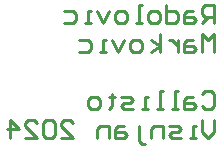
<source format=gbo>
G04*
G04 #@! TF.GenerationSoftware,Altium Limited,Altium Designer,24.0.1 (36)*
G04*
G04 Layer_Color=32896*
%FSLAX25Y25*%
%MOIN*%
G70*
G04*
G04 #@! TF.SameCoordinates,547C949A-E5A6-49C9-BC53-363AC5528938*
G04*
G04*
G04 #@! TF.FilePolarity,Positive*
G04*
G01*
G75*
%ADD11C,0.01000*%
D11*
X82071Y65406D02*
Y71404D01*
X79072D01*
X78072Y70404D01*
Y68405D01*
X79072Y67405D01*
X82071D01*
X80072D02*
X78072Y65406D01*
X75073Y69405D02*
X73074D01*
X72074Y68405D01*
Y65406D01*
X75073D01*
X76073Y66405D01*
X75073Y67405D01*
X72074D01*
X66076Y71404D02*
Y65406D01*
X69075D01*
X70075Y66405D01*
Y68405D01*
X69075Y69405D01*
X66076D01*
X63077Y65406D02*
X61078D01*
X60078Y66405D01*
Y68405D01*
X61078Y69405D01*
X63077D01*
X64077Y68405D01*
Y66405D01*
X63077Y65406D01*
X58079D02*
X56079D01*
X57079D01*
Y71404D01*
X58079D01*
X52081Y65406D02*
X50081D01*
X49082Y66405D01*
Y68405D01*
X50081Y69405D01*
X52081D01*
X53080Y68405D01*
Y66405D01*
X52081Y65406D01*
X47082Y69405D02*
X45083Y65406D01*
X43084Y69405D01*
X41084Y65406D02*
X39085D01*
X40084D01*
Y69405D01*
X41084D01*
X32087D02*
X35086D01*
X36086Y68405D01*
Y66405D01*
X35086Y65406D01*
X32087D01*
X82071Y55808D02*
Y61806D01*
X80072Y59807D01*
X78072Y61806D01*
Y55808D01*
X75073Y59807D02*
X73074D01*
X72074Y58807D01*
Y55808D01*
X75073D01*
X76073Y56808D01*
X75073Y57807D01*
X72074D01*
X70075Y59807D02*
Y55808D01*
Y57807D01*
X69075Y58807D01*
X68075Y59807D01*
X67076D01*
X64077Y55808D02*
Y61806D01*
Y57807D02*
X61078Y59807D01*
X64077Y57807D02*
X61078Y55808D01*
X57079D02*
X55080D01*
X54080Y56808D01*
Y58807D01*
X55080Y59807D01*
X57079D01*
X58079Y58807D01*
Y56808D01*
X57079Y55808D01*
X52081Y59807D02*
X50081Y55808D01*
X48082Y59807D01*
X46082Y55808D02*
X44083D01*
X45083D01*
Y59807D01*
X46082D01*
X37085D02*
X40084D01*
X41084Y58807D01*
Y56808D01*
X40084Y55808D01*
X37085D01*
X78072Y41611D02*
X79072Y42611D01*
X81071D01*
X82071Y41611D01*
Y37613D01*
X81071Y36613D01*
X79072D01*
X78072Y37613D01*
X75073Y40611D02*
X73074D01*
X72074Y39612D01*
Y36613D01*
X75073D01*
X76073Y37613D01*
X75073Y38612D01*
X72074D01*
X70075Y36613D02*
X68075D01*
X69075D01*
Y42611D01*
X70075D01*
X65076Y36613D02*
X63077D01*
X64077D01*
Y42611D01*
X65076D01*
X60078Y36613D02*
X58079D01*
X59078D01*
Y40611D01*
X60078D01*
X55080Y36613D02*
X52081D01*
X51081Y37613D01*
X52081Y38612D01*
X54080D01*
X55080Y39612D01*
X54080Y40611D01*
X51081D01*
X48082Y41611D02*
Y40611D01*
X49082D01*
X47082D01*
X48082D01*
Y37613D01*
X47082Y36613D01*
X43084D02*
X41084D01*
X40084Y37613D01*
Y39612D01*
X41084Y40611D01*
X43084D01*
X44083Y39612D01*
Y37613D01*
X43084Y36613D01*
X82071Y33013D02*
Y29014D01*
X80072Y27015D01*
X78072Y29014D01*
Y33013D01*
X76073Y27015D02*
X74073D01*
X75073D01*
Y31014D01*
X76073D01*
X71074Y27015D02*
X68075D01*
X67076Y28015D01*
X68075Y29014D01*
X70075D01*
X71074Y30014D01*
X70075Y31014D01*
X67076D01*
X65076Y27015D02*
Y31014D01*
X62077D01*
X61078Y30014D01*
Y27015D01*
X59078Y25016D02*
X58079D01*
X57079Y26015D01*
Y31014D01*
X52081D02*
X50081D01*
X49082Y30014D01*
Y27015D01*
X52081D01*
X53080Y28015D01*
X52081Y29014D01*
X49082D01*
X47082Y27015D02*
Y31014D01*
X44083D01*
X43084Y30014D01*
Y27015D01*
X31087D02*
X35086D01*
X31087Y31014D01*
Y32013D01*
X32087Y33013D01*
X34086D01*
X35086Y32013D01*
X29088D02*
X28088Y33013D01*
X26089D01*
X25089Y32013D01*
Y28015D01*
X26089Y27015D01*
X28088D01*
X29088Y28015D01*
Y32013D01*
X19091Y27015D02*
X23090D01*
X19091Y31014D01*
Y32013D01*
X20091Y33013D01*
X22090D01*
X23090Y32013D01*
X14093Y27015D02*
Y33013D01*
X17092Y30014D01*
X13093D01*
M02*

</source>
